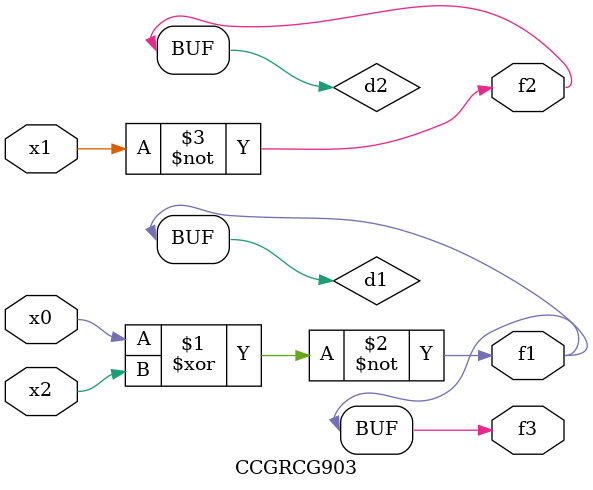
<source format=v>
module CCGRCG903(
	input x0, x1, x2,
	output f1, f2, f3
);

	wire d1, d2, d3;

	xnor (d1, x0, x2);
	nand (d2, x1);
	nor (d3, x1, x2);
	assign f1 = d1;
	assign f2 = d2;
	assign f3 = d1;
endmodule

</source>
